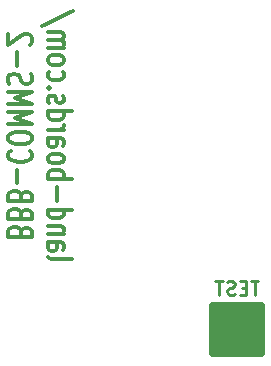
<source format=gbr>
%TF.GenerationSoftware,KiCad,Pcbnew,(5.1.10)-1*%
%TF.CreationDate,2022-04-07T15:38:00-04:00*%
%TF.ProjectId,BBB-COMMS-2,4242422d-434f-44d4-9d53-2d322e6b6963,0.3*%
%TF.SameCoordinates,Original*%
%TF.FileFunction,Legend,Bot*%
%TF.FilePolarity,Positive*%
%FSLAX46Y46*%
G04 Gerber Fmt 4.6, Leading zero omitted, Abs format (unit mm)*
G04 Created by KiCad (PCBNEW (5.1.10)-1) date 2022-04-07 15:38:00*
%MOMM*%
%LPD*%
G01*
G04 APERTURE LIST*
%ADD10C,0.304800*%
%ADD11C,0.650000*%
%ADD12C,0.222250*%
G04 APERTURE END LIST*
D10*
X100071161Y-90206285D02*
X100167923Y-90351428D01*
X100361447Y-90424000D01*
X102103161Y-90424000D01*
X100071161Y-88972571D02*
X101135542Y-88972571D01*
X101329066Y-89045142D01*
X101425828Y-89190285D01*
X101425828Y-89480571D01*
X101329066Y-89625714D01*
X100167923Y-88972571D02*
X100071161Y-89117714D01*
X100071161Y-89480571D01*
X100167923Y-89625714D01*
X100361447Y-89698285D01*
X100554971Y-89698285D01*
X100748495Y-89625714D01*
X100845257Y-89480571D01*
X100845257Y-89117714D01*
X100942019Y-88972571D01*
X101425828Y-88246857D02*
X100071161Y-88246857D01*
X101232304Y-88246857D02*
X101329066Y-88174285D01*
X101425828Y-88029142D01*
X101425828Y-87811428D01*
X101329066Y-87666285D01*
X101135542Y-87593714D01*
X100071161Y-87593714D01*
X100071161Y-86214857D02*
X102103161Y-86214857D01*
X100167923Y-86214857D02*
X100071161Y-86360000D01*
X100071161Y-86650285D01*
X100167923Y-86795428D01*
X100264685Y-86868000D01*
X100458209Y-86940571D01*
X101038780Y-86940571D01*
X101232304Y-86868000D01*
X101329066Y-86795428D01*
X101425828Y-86650285D01*
X101425828Y-86360000D01*
X101329066Y-86214857D01*
X100845257Y-85489142D02*
X100845257Y-84328000D01*
X100071161Y-83602285D02*
X102103161Y-83602285D01*
X101329066Y-83602285D02*
X101425828Y-83457142D01*
X101425828Y-83166857D01*
X101329066Y-83021714D01*
X101232304Y-82949142D01*
X101038780Y-82876571D01*
X100458209Y-82876571D01*
X100264685Y-82949142D01*
X100167923Y-83021714D01*
X100071161Y-83166857D01*
X100071161Y-83457142D01*
X100167923Y-83602285D01*
X100071161Y-82005714D02*
X100167923Y-82150857D01*
X100264685Y-82223428D01*
X100458209Y-82296000D01*
X101038780Y-82296000D01*
X101232304Y-82223428D01*
X101329066Y-82150857D01*
X101425828Y-82005714D01*
X101425828Y-81788000D01*
X101329066Y-81642857D01*
X101232304Y-81570285D01*
X101038780Y-81497714D01*
X100458209Y-81497714D01*
X100264685Y-81570285D01*
X100167923Y-81642857D01*
X100071161Y-81788000D01*
X100071161Y-82005714D01*
X100071161Y-80191428D02*
X101135542Y-80191428D01*
X101329066Y-80264000D01*
X101425828Y-80409142D01*
X101425828Y-80699428D01*
X101329066Y-80844571D01*
X100167923Y-80191428D02*
X100071161Y-80336571D01*
X100071161Y-80699428D01*
X100167923Y-80844571D01*
X100361447Y-80917142D01*
X100554971Y-80917142D01*
X100748495Y-80844571D01*
X100845257Y-80699428D01*
X100845257Y-80336571D01*
X100942019Y-80191428D01*
X100071161Y-79465714D02*
X101425828Y-79465714D01*
X101038780Y-79465714D02*
X101232304Y-79393142D01*
X101329066Y-79320571D01*
X101425828Y-79175428D01*
X101425828Y-79030285D01*
X100071161Y-77869142D02*
X102103161Y-77869142D01*
X100167923Y-77869142D02*
X100071161Y-78014285D01*
X100071161Y-78304571D01*
X100167923Y-78449714D01*
X100264685Y-78522285D01*
X100458209Y-78594857D01*
X101038780Y-78594857D01*
X101232304Y-78522285D01*
X101329066Y-78449714D01*
X101425828Y-78304571D01*
X101425828Y-78014285D01*
X101329066Y-77869142D01*
X100167923Y-77216000D02*
X100071161Y-77070857D01*
X100071161Y-76780571D01*
X100167923Y-76635428D01*
X100361447Y-76562857D01*
X100458209Y-76562857D01*
X100651733Y-76635428D01*
X100748495Y-76780571D01*
X100748495Y-76998285D01*
X100845257Y-77143428D01*
X101038780Y-77216000D01*
X101135542Y-77216000D01*
X101329066Y-77143428D01*
X101425828Y-76998285D01*
X101425828Y-76780571D01*
X101329066Y-76635428D01*
X100264685Y-75909714D02*
X100167923Y-75837142D01*
X100071161Y-75909714D01*
X100167923Y-75982285D01*
X100264685Y-75909714D01*
X100071161Y-75909714D01*
X100167923Y-74530857D02*
X100071161Y-74676000D01*
X100071161Y-74966285D01*
X100167923Y-75111428D01*
X100264685Y-75184000D01*
X100458209Y-75256571D01*
X101038780Y-75256571D01*
X101232304Y-75184000D01*
X101329066Y-75111428D01*
X101425828Y-74966285D01*
X101425828Y-74676000D01*
X101329066Y-74530857D01*
X100071161Y-73660000D02*
X100167923Y-73805142D01*
X100264685Y-73877714D01*
X100458209Y-73950285D01*
X101038780Y-73950285D01*
X101232304Y-73877714D01*
X101329066Y-73805142D01*
X101425828Y-73660000D01*
X101425828Y-73442285D01*
X101329066Y-73297142D01*
X101232304Y-73224571D01*
X101038780Y-73152000D01*
X100458209Y-73152000D01*
X100264685Y-73224571D01*
X100167923Y-73297142D01*
X100071161Y-73442285D01*
X100071161Y-73660000D01*
X100071161Y-72498857D02*
X101425828Y-72498857D01*
X101232304Y-72498857D02*
X101329066Y-72426285D01*
X101425828Y-72281142D01*
X101425828Y-72063428D01*
X101329066Y-71918285D01*
X101135542Y-71845714D01*
X100071161Y-71845714D01*
X101135542Y-71845714D02*
X101329066Y-71773142D01*
X101425828Y-71628000D01*
X101425828Y-71410285D01*
X101329066Y-71265142D01*
X101135542Y-71192571D01*
X100071161Y-71192571D01*
X102199923Y-69378285D02*
X99587352Y-70684571D01*
X97782742Y-88065428D02*
X97685980Y-87847714D01*
X97589219Y-87775142D01*
X97395695Y-87702571D01*
X97105409Y-87702571D01*
X96911885Y-87775142D01*
X96815123Y-87847714D01*
X96718361Y-87992857D01*
X96718361Y-88573428D01*
X98750361Y-88573428D01*
X98750361Y-88065428D01*
X98653600Y-87920285D01*
X98556838Y-87847714D01*
X98363314Y-87775142D01*
X98169790Y-87775142D01*
X97976266Y-87847714D01*
X97879504Y-87920285D01*
X97782742Y-88065428D01*
X97782742Y-88573428D01*
X97782742Y-86541428D02*
X97685980Y-86323714D01*
X97589219Y-86251142D01*
X97395695Y-86178571D01*
X97105409Y-86178571D01*
X96911885Y-86251142D01*
X96815123Y-86323714D01*
X96718361Y-86468857D01*
X96718361Y-87049428D01*
X98750361Y-87049428D01*
X98750361Y-86541428D01*
X98653600Y-86396285D01*
X98556838Y-86323714D01*
X98363314Y-86251142D01*
X98169790Y-86251142D01*
X97976266Y-86323714D01*
X97879504Y-86396285D01*
X97782742Y-86541428D01*
X97782742Y-87049428D01*
X97782742Y-85017428D02*
X97685980Y-84799714D01*
X97589219Y-84727142D01*
X97395695Y-84654571D01*
X97105409Y-84654571D01*
X96911885Y-84727142D01*
X96815123Y-84799714D01*
X96718361Y-84944857D01*
X96718361Y-85525428D01*
X98750361Y-85525428D01*
X98750361Y-85017428D01*
X98653600Y-84872285D01*
X98556838Y-84799714D01*
X98363314Y-84727142D01*
X98169790Y-84727142D01*
X97976266Y-84799714D01*
X97879504Y-84872285D01*
X97782742Y-85017428D01*
X97782742Y-85525428D01*
X97492457Y-84001428D02*
X97492457Y-82840285D01*
X96911885Y-81243714D02*
X96815123Y-81316285D01*
X96718361Y-81534000D01*
X96718361Y-81679142D01*
X96815123Y-81896857D01*
X97008647Y-82042000D01*
X97202171Y-82114571D01*
X97589219Y-82187142D01*
X97879504Y-82187142D01*
X98266552Y-82114571D01*
X98460076Y-82042000D01*
X98653600Y-81896857D01*
X98750361Y-81679142D01*
X98750361Y-81534000D01*
X98653600Y-81316285D01*
X98556838Y-81243714D01*
X98750361Y-80300285D02*
X98750361Y-80010000D01*
X98653600Y-79864857D01*
X98460076Y-79719714D01*
X98073028Y-79647142D01*
X97395695Y-79647142D01*
X97008647Y-79719714D01*
X96815123Y-79864857D01*
X96718361Y-80010000D01*
X96718361Y-80300285D01*
X96815123Y-80445428D01*
X97008647Y-80590571D01*
X97395695Y-80663142D01*
X98073028Y-80663142D01*
X98460076Y-80590571D01*
X98653600Y-80445428D01*
X98750361Y-80300285D01*
X96718361Y-78994000D02*
X98750361Y-78994000D01*
X97298933Y-78486000D01*
X98750361Y-77978000D01*
X96718361Y-77978000D01*
X96718361Y-77252285D02*
X98750361Y-77252285D01*
X97298933Y-76744285D01*
X98750361Y-76236285D01*
X96718361Y-76236285D01*
X96815123Y-75583142D02*
X96718361Y-75365428D01*
X96718361Y-75002571D01*
X96815123Y-74857428D01*
X96911885Y-74784857D01*
X97105409Y-74712285D01*
X97298933Y-74712285D01*
X97492457Y-74784857D01*
X97589219Y-74857428D01*
X97685980Y-75002571D01*
X97782742Y-75292857D01*
X97879504Y-75438000D01*
X97976266Y-75510571D01*
X98169790Y-75583142D01*
X98363314Y-75583142D01*
X98556838Y-75510571D01*
X98653600Y-75438000D01*
X98750361Y-75292857D01*
X98750361Y-74930000D01*
X98653600Y-74712285D01*
X97492457Y-74059142D02*
X97492457Y-72898000D01*
X98556838Y-72244857D02*
X98653600Y-72172285D01*
X98750361Y-72027142D01*
X98750361Y-71664285D01*
X98653600Y-71519142D01*
X98556838Y-71446571D01*
X98363314Y-71374000D01*
X98169790Y-71374000D01*
X97879504Y-71446571D01*
X96718361Y-72317428D01*
X96718361Y-71374000D01*
D11*
%TO.C,TEST*%
X114078000Y-97893000D02*
X118078000Y-97893000D01*
X114078000Y-97393000D02*
X114078000Y-97893000D01*
X118078000Y-97393000D02*
X114078000Y-97393000D01*
X118078000Y-96893000D02*
X118078000Y-97393000D01*
X117578000Y-96893000D02*
X118078000Y-96893000D01*
X114078000Y-96893000D02*
X117578000Y-96893000D01*
X114078000Y-96393000D02*
X114078000Y-96893000D01*
X118078000Y-96393000D02*
X114078000Y-96393000D01*
X118078000Y-95893000D02*
X118078000Y-96393000D01*
X114078000Y-95893000D02*
X118078000Y-95893000D01*
X114078000Y-95393000D02*
X114078000Y-95893000D01*
X118078000Y-95393000D02*
X114078000Y-95393000D01*
X118078000Y-94893000D02*
X118078000Y-95393000D01*
X114078000Y-94893000D02*
X118078000Y-94893000D01*
X114078000Y-94393000D02*
X114078000Y-94893000D01*
X114078000Y-98393000D02*
X114078000Y-94393000D01*
X118078000Y-98393000D02*
X114078000Y-98393000D01*
X118078000Y-94393000D02*
X118078000Y-98393000D01*
X114078000Y-94393000D02*
X118078000Y-94393000D01*
D12*
X117901357Y-92267071D02*
X117248214Y-92267071D01*
X117574785Y-93410071D02*
X117574785Y-92267071D01*
X116867214Y-92811357D02*
X116486214Y-92811357D01*
X116322928Y-93410071D02*
X116867214Y-93410071D01*
X116867214Y-92267071D01*
X116322928Y-92267071D01*
X115887500Y-93355642D02*
X115724214Y-93410071D01*
X115452071Y-93410071D01*
X115343214Y-93355642D01*
X115288785Y-93301214D01*
X115234357Y-93192357D01*
X115234357Y-93083500D01*
X115288785Y-92974642D01*
X115343214Y-92920214D01*
X115452071Y-92865785D01*
X115669785Y-92811357D01*
X115778642Y-92756928D01*
X115833071Y-92702500D01*
X115887500Y-92593642D01*
X115887500Y-92484785D01*
X115833071Y-92375928D01*
X115778642Y-92321500D01*
X115669785Y-92267071D01*
X115397642Y-92267071D01*
X115234357Y-92321500D01*
X114907785Y-92267071D02*
X114254642Y-92267071D01*
X114581214Y-93410071D02*
X114581214Y-92267071D01*
%TD*%
M02*

</source>
